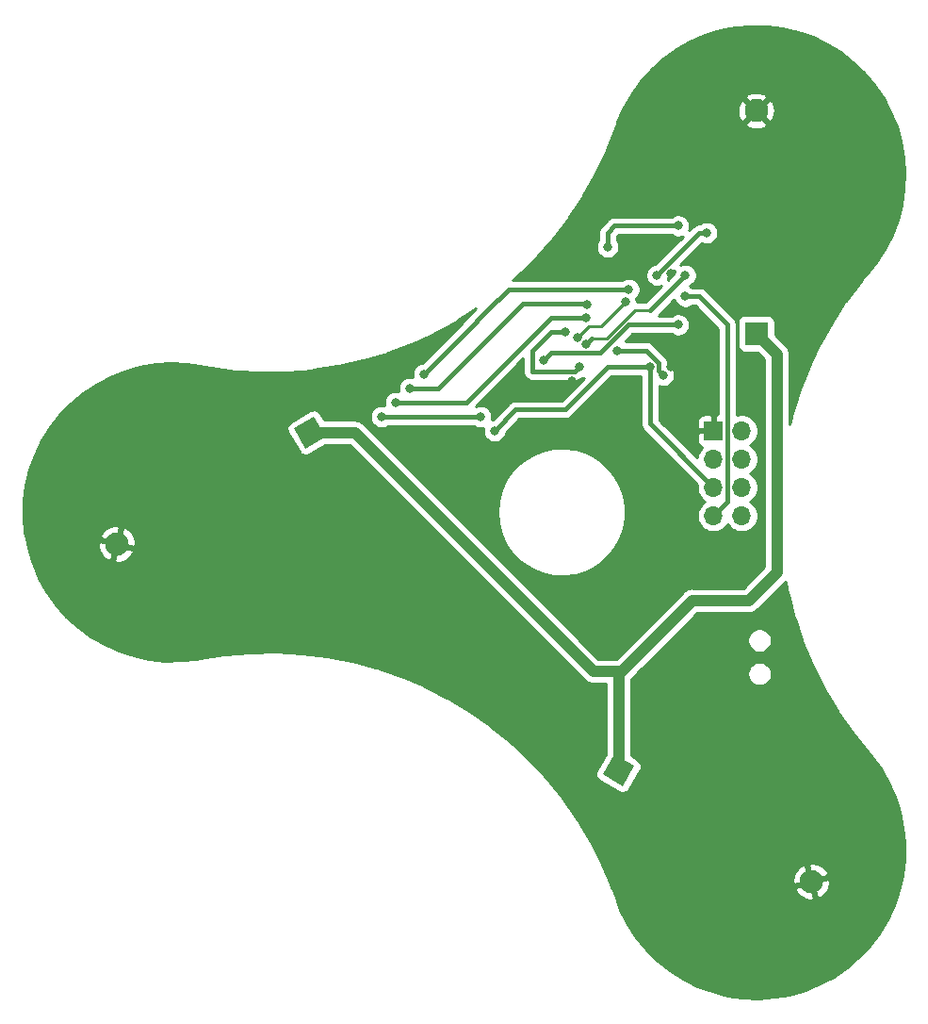
<source format=gbr>
%TF.GenerationSoftware,KiCad,Pcbnew,(5.1.9-0-10_14)*%
%TF.CreationDate,2021-08-30T14:03:39+08:00*%
%TF.ProjectId,FidgetSpinner,46696467-6574-4537-9069-6e6e65722e6b,rev?*%
%TF.SameCoordinates,Original*%
%TF.FileFunction,Copper,L2,Bot*%
%TF.FilePolarity,Positive*%
%FSLAX46Y46*%
G04 Gerber Fmt 4.6, Leading zero omitted, Abs format (unit mm)*
G04 Created by KiCad (PCBNEW (5.1.9-0-10_14)) date 2021-08-30 14:03:39*
%MOMM*%
%LPD*%
G01*
G04 APERTURE LIST*
%TA.AperFunction,ComponentPad*%
%ADD10O,1.700000X1.700000*%
%TD*%
%TA.AperFunction,ComponentPad*%
%ADD11R,1.700000X1.700000*%
%TD*%
%TA.AperFunction,ComponentPad*%
%ADD12C,2.100000*%
%TD*%
%TA.AperFunction,ComponentPad*%
%ADD13R,2.100000X2.100000*%
%TD*%
%TA.AperFunction,ComponentPad*%
%ADD14C,0.100000*%
%TD*%
%TA.AperFunction,ViaPad*%
%ADD15C,0.800000*%
%TD*%
%TA.AperFunction,Conductor*%
%ADD16C,1.000000*%
%TD*%
%TA.AperFunction,Conductor*%
%ADD17C,0.400000*%
%TD*%
%TA.AperFunction,Conductor*%
%ADD18C,0.250000*%
%TD*%
%TA.AperFunction,Conductor*%
%ADD19C,0.254000*%
%TD*%
%TA.AperFunction,Conductor*%
%ADD20C,0.100000*%
%TD*%
G04 APERTURE END LIST*
D10*
%TO.P,J1,5*%
%TO.N,TX*%
X116205000Y-100330000D03*
%TO.P,J1,4*%
%TO.N,RX*%
X113665000Y-100330000D03*
%TO.P,J1,6*%
%TO.N,MISO*%
X116205000Y-97790000D03*
%TO.P,J1,3*%
%TO.N,VCC*%
X113665000Y-97790000D03*
%TO.P,J1,7*%
%TO.N,CLK*%
X116205000Y-95250000D03*
%TO.P,J1,2*%
%TO.N,MOSI*%
X113665000Y-95250000D03*
%TO.P,J1,8*%
%TO.N,RST*%
X116205000Y-92710000D03*
D11*
%TO.P,J1,1*%
%TO.N,GND*%
X113665000Y-92710000D03*
%TD*%
D12*
%TO.P,BT3,2*%
%TO.N,GND*%
X117500000Y-63970000D03*
D13*
%TO.P,BT3,1*%
%TO.N,Net-(BT1-Pad1)*%
X117500000Y-83970000D03*
%TD*%
D12*
%TO.P,BT2,2*%
%TO.N,GND*%
X122453665Y-133170000D03*
%TA.AperFunction,ComponentPad*%
D14*
%TO.P,BT2,1*%
%TO.N,Net-(BT1-Pad1)*%
G36*
X105517484Y-124604327D02*
G01*
X103698830Y-123554327D01*
X104748830Y-121735673D01*
X106567484Y-122785673D01*
X105517484Y-124604327D01*
G37*
%TD.AperFunction*%
%TD*%
D12*
%TO.P,BT1,2*%
%TO.N,GND*%
X60046335Y-102860000D03*
%TA.AperFunction,ComponentPad*%
D14*
%TO.P,BT1,1*%
%TO.N,Net-(BT1-Pad1)*%
G36*
X75932516Y-92475673D02*
G01*
X77751170Y-91425673D01*
X78801170Y-93244327D01*
X76982516Y-94294327D01*
X75932516Y-92475673D01*
G37*
%TD.AperFunction*%
%TD*%
D15*
%TO.N,GND*%
X113030000Y-86995000D03*
X109855000Y-86995000D03*
X85725000Y-86360000D03*
X87630000Y-85725000D03*
X109855000Y-81915000D03*
X100965000Y-88265000D03*
X104140000Y-90170000D03*
X106045000Y-92075000D03*
X64770000Y-88900000D03*
X60325000Y-90170000D03*
X60325000Y-92710000D03*
X63500000Y-90805000D03*
X55880000Y-94615000D03*
X54610000Y-97155000D03*
X62865000Y-110490000D03*
X70485000Y-110490000D03*
X80010000Y-110490000D03*
X81915000Y-111125000D03*
X74930000Y-93345000D03*
X72390000Y-95250000D03*
X60325000Y-99695000D03*
X55245000Y-104775000D03*
X64135000Y-102870000D03*
X67945000Y-102870000D03*
X71755000Y-102870000D03*
X76200000Y-102870000D03*
X80010000Y-103505000D03*
X83820000Y-100330000D03*
X91440000Y-94615000D03*
X89535000Y-95885000D03*
X92075000Y-107950000D03*
X95250000Y-111760000D03*
X105410000Y-111379000D03*
X97790000Y-119380000D03*
X72390000Y-88900000D03*
X69215000Y-94615000D03*
X74930000Y-97155000D03*
X78740000Y-97155000D03*
X82042000Y-97409000D03*
X81407000Y-91059000D03*
X73787000Y-89916000D03*
X63627000Y-97663000D03*
X99695000Y-92583000D03*
X91313000Y-99695000D03*
X87884000Y-102870000D03*
X127889000Y-63881000D03*
X128651000Y-65405000D03*
X129032000Y-67691000D03*
X126111000Y-62357000D03*
X129413000Y-70104000D03*
X115316000Y-137795000D03*
X113411000Y-139700000D03*
X117221000Y-139700000D03*
X115316000Y-141605000D03*
X115316000Y-139700000D03*
X111887000Y-119126000D03*
X107569000Y-130429000D03*
X124333000Y-123444000D03*
X119507000Y-112903000D03*
X114046000Y-105283000D03*
X108585000Y-99187000D03*
X107823000Y-103378000D03*
X109855000Y-78613000D03*
X102616000Y-73279000D03*
X110500000Y-89460000D03*
X106426000Y-88646000D03*
X106172000Y-78232000D03*
X117094000Y-86868000D03*
X116840000Y-89662000D03*
%TO.N,Net-(BT1-Pad1)*%
X111760000Y-107950000D03*
%TO.N,VCC*%
X93980000Y-92710000D03*
X107950000Y-86995000D03*
X113030000Y-74930000D03*
X108585000Y-78740000D03*
%TO.N,L0*%
X87630000Y-87630000D03*
X106045000Y-80010000D03*
%TO.N,L1*%
X86360000Y-88900000D03*
X102333186Y-81378186D03*
%TO.N,L2*%
X85090000Y-90170000D03*
X102235000Y-82550000D03*
%TO.N,L3*%
X83820000Y-91440000D03*
X92710000Y-91440000D03*
X98425000Y-86360000D03*
X110490000Y-83185000D03*
%TO.N,L4*%
X104140000Y-76200000D03*
X110490000Y-74295000D03*
%TO.N,CLK*%
X109147892Y-87702108D03*
X105023186Y-85476814D03*
%TO.N,MISO*%
X101600000Y-86995000D03*
X100330000Y-83820000D03*
%TO.N,RX*%
X111125000Y-80645000D03*
%TO.N,MOSI*%
X101431217Y-84330074D03*
X105735002Y-81134625D03*
%TO.N,~INT_C*%
X102235000Y-84925000D03*
X111125000Y-78740000D03*
%TD*%
D16*
%TO.N,Net-(BT1-Pad1)*%
X105133157Y-123170000D02*
X105133157Y-114576843D01*
X119380000Y-105410000D02*
X116840000Y-107950000D01*
X116840000Y-107950000D02*
X111760000Y-107950000D01*
X119380000Y-85850000D02*
X119380000Y-105410000D01*
X117500000Y-83970000D02*
X119380000Y-85850000D01*
X77366843Y-92860000D02*
X81430000Y-92860000D01*
X102870000Y-114300000D02*
X105410000Y-114300000D01*
X105410000Y-114300000D02*
X111760000Y-107950000D01*
X81430000Y-92860000D02*
X102870000Y-114300000D01*
X105133157Y-114576843D02*
X105410000Y-114300000D01*
D17*
%TO.N,VCC*%
X107784999Y-86829999D02*
X107950000Y-86995000D01*
X112395000Y-74930000D02*
X108585000Y-78740000D01*
X113030000Y-74930000D02*
X112395000Y-74930000D01*
X107950000Y-92075000D02*
X107950000Y-86995000D01*
X113665000Y-97790000D02*
X107950000Y-92075000D01*
X104140000Y-86995000D02*
X107950000Y-86995000D01*
X100330000Y-90805000D02*
X104140000Y-86995000D01*
X95885000Y-90805000D02*
X100330000Y-90805000D01*
X93980000Y-92710000D02*
X95885000Y-90805000D01*
%TO.N,L0*%
X87630000Y-87630000D02*
X91440000Y-83820000D01*
X91440000Y-83820000D02*
X93345000Y-81915000D01*
X93345000Y-81915000D02*
X95250000Y-80010000D01*
X95250000Y-80010000D02*
X106045000Y-80010000D01*
%TO.N,L1*%
X86360000Y-88900000D02*
X88900000Y-88900000D01*
X88900000Y-88900000D02*
X96520000Y-81280000D01*
X102235000Y-81280000D02*
X102333186Y-81378186D01*
X96520000Y-81280000D02*
X102235000Y-81280000D01*
%TO.N,L2*%
X85090000Y-90170000D02*
X91440000Y-90170000D01*
X99060000Y-82550000D02*
X102235000Y-82550000D01*
X91440000Y-90170000D02*
X99060000Y-82550000D01*
%TO.N,L3*%
X83820000Y-91440000D02*
X92710000Y-91440000D01*
X98425000Y-86360000D02*
X99060000Y-85725000D01*
X99060000Y-85725000D02*
X103505000Y-85725000D01*
X106045000Y-83185000D02*
X110490000Y-83185000D01*
X103505000Y-85725000D02*
X106045000Y-83185000D01*
%TO.N,L4*%
X104140000Y-76200000D02*
X104140000Y-74930000D01*
X104775000Y-74295000D02*
X110490000Y-74295000D01*
X104140000Y-74930000D02*
X104775000Y-74295000D01*
%TO.N,CLK*%
X108750001Y-86610999D02*
X107615816Y-85476814D01*
X107615816Y-85476814D02*
X105023186Y-85476814D01*
X108750001Y-87304217D02*
X108750001Y-86610999D01*
X109147892Y-87702108D02*
X108750001Y-87304217D01*
%TO.N,MISO*%
X101200001Y-87394999D02*
X97390001Y-87394999D01*
X101600000Y-86995000D02*
X101200001Y-87394999D01*
X97390001Y-87394999D02*
X97390001Y-85489999D01*
X97390001Y-85489999D02*
X99073186Y-83806814D01*
X100316814Y-83806814D02*
X100330000Y-83820000D01*
X99073186Y-83806814D02*
X100316814Y-83806814D01*
%TO.N,RX*%
X111125000Y-80645000D02*
X112395000Y-80645000D01*
X112395000Y-80645000D02*
X114935000Y-83185000D01*
X114935000Y-99060000D02*
X113665000Y-100330000D01*
X114935000Y-83185000D02*
X114935000Y-99060000D01*
D18*
%TO.N,MOSI*%
X103594626Y-83275001D02*
X105735002Y-81134625D01*
X102486290Y-83275001D02*
X103594626Y-83275001D01*
X101431217Y-84330074D02*
X102486290Y-83275001D01*
D17*
%TO.N,~INT_C*%
X107950000Y-81915000D02*
X111125000Y-78740000D01*
X102235000Y-84925000D02*
X102705000Y-84455000D01*
D18*
X106572524Y-81915000D02*
X107950000Y-81915000D01*
X104032524Y-84455000D02*
X106572524Y-81915000D01*
X102705000Y-84455000D02*
X104032524Y-84455000D01*
%TD*%
D19*
%TO.N,GND*%
X118444258Y-56382478D02*
X119853028Y-56558167D01*
X121235148Y-56882563D01*
X122574962Y-57351988D01*
X123857316Y-57961133D01*
X125067682Y-58703100D01*
X126192342Y-59569478D01*
X127218578Y-60550469D01*
X128134753Y-61634949D01*
X128930503Y-62810656D01*
X129596811Y-64064260D01*
X130126129Y-65381562D01*
X130512472Y-66747660D01*
X130751459Y-68147075D01*
X130840386Y-69563974D01*
X130778245Y-70982283D01*
X130565739Y-72385970D01*
X130205274Y-73759127D01*
X129700937Y-75086195D01*
X129058433Y-76352163D01*
X128282990Y-77545842D01*
X127578750Y-78432504D01*
X126932172Y-79202868D01*
X126921893Y-79216021D01*
X126911352Y-79228988D01*
X125551266Y-81026873D01*
X125524772Y-81064560D01*
X124293413Y-82952939D01*
X124269613Y-82992382D01*
X123172980Y-84962057D01*
X123151989Y-85003063D01*
X122195425Y-87044438D01*
X122193396Y-87049194D01*
X122177345Y-87086810D01*
X121365512Y-89189938D01*
X121350432Y-89233467D01*
X120687282Y-91388103D01*
X120675276Y-91432578D01*
X120515000Y-92120929D01*
X120515000Y-85905741D01*
X120520490Y-85849999D01*
X120515000Y-85794257D01*
X120515000Y-85794248D01*
X120498577Y-85627501D01*
X120433676Y-85413553D01*
X120328284Y-85216377D01*
X120186449Y-85043551D01*
X120143141Y-85008009D01*
X119188072Y-84052941D01*
X119188072Y-82920000D01*
X119175812Y-82795518D01*
X119139502Y-82675820D01*
X119080537Y-82565506D01*
X119001185Y-82468815D01*
X118904494Y-82389463D01*
X118794180Y-82330498D01*
X118674482Y-82294188D01*
X118550000Y-82281928D01*
X116450000Y-82281928D01*
X116325518Y-82294188D01*
X116205820Y-82330498D01*
X116095506Y-82389463D01*
X115998815Y-82468815D01*
X115919463Y-82565506D01*
X115860498Y-82675820D01*
X115824188Y-82795518D01*
X115811928Y-82920000D01*
X115811928Y-85020000D01*
X115824188Y-85144482D01*
X115860498Y-85264180D01*
X115919463Y-85374494D01*
X115998815Y-85471185D01*
X116095506Y-85550537D01*
X116205820Y-85609502D01*
X116325518Y-85645812D01*
X116450000Y-85658072D01*
X117582941Y-85658072D01*
X118245000Y-86320132D01*
X118245001Y-104939867D01*
X116369869Y-106815000D01*
X111815751Y-106815000D01*
X111759999Y-106809509D01*
X111537500Y-106831423D01*
X111492325Y-106845127D01*
X111323553Y-106896324D01*
X111126377Y-107001716D01*
X110953551Y-107143551D01*
X110918011Y-107186857D01*
X104939869Y-113165000D01*
X103340132Y-113165000D01*
X90175132Y-100000000D01*
X94220000Y-100000000D01*
X94312887Y-101032059D01*
X94588562Y-102030946D01*
X95038166Y-102964558D01*
X95647247Y-103802886D01*
X96396229Y-104518986D01*
X97261039Y-105089842D01*
X98213882Y-105497107D01*
X99224132Y-105727690D01*
X100259319Y-105774180D01*
X101286171Y-105635083D01*
X102271685Y-105314871D01*
X103184185Y-104823833D01*
X103994342Y-104177754D01*
X104676118Y-103397399D01*
X105207600Y-102507848D01*
X105571705Y-101537693D01*
X105756731Y-100518115D01*
X105756731Y-99481885D01*
X105571705Y-98462307D01*
X105207600Y-97492152D01*
X104676118Y-96602601D01*
X103994342Y-95822246D01*
X103184185Y-95176167D01*
X102271685Y-94685129D01*
X101286171Y-94364917D01*
X100259319Y-94225820D01*
X99224132Y-94272310D01*
X98213882Y-94502893D01*
X97261039Y-94910158D01*
X96396229Y-95481014D01*
X95647247Y-96197114D01*
X95038166Y-97035442D01*
X94588562Y-97969054D01*
X94312887Y-98967941D01*
X94220000Y-100000000D01*
X90175132Y-100000000D01*
X82271996Y-92096865D01*
X82236449Y-92053551D01*
X82063623Y-91911716D01*
X81866447Y-91806324D01*
X81652499Y-91741423D01*
X81485752Y-91725000D01*
X81485751Y-91725000D01*
X81430000Y-91719509D01*
X81374249Y-91725000D01*
X78660769Y-91725000D01*
X78303757Y-91106637D01*
X78230898Y-91004963D01*
X78139604Y-90919457D01*
X78033382Y-90853404D01*
X77916315Y-90809343D01*
X77792902Y-90788967D01*
X77667885Y-90793060D01*
X77546069Y-90821463D01*
X77432134Y-90873086D01*
X75613480Y-91923086D01*
X75511806Y-91995945D01*
X75426300Y-92087239D01*
X75360247Y-92193461D01*
X75316186Y-92310528D01*
X75295810Y-92433941D01*
X75299903Y-92558958D01*
X75328306Y-92680774D01*
X75379929Y-92794709D01*
X76429929Y-94613363D01*
X76502788Y-94715037D01*
X76594082Y-94800543D01*
X76700304Y-94866596D01*
X76817371Y-94910657D01*
X76940784Y-94931033D01*
X77065801Y-94926940D01*
X77187617Y-94898537D01*
X77301552Y-94846914D01*
X78777111Y-93995000D01*
X80959869Y-93995000D01*
X102028009Y-115063141D01*
X102063551Y-115106449D01*
X102211673Y-115228010D01*
X102236377Y-115248284D01*
X102433553Y-115353676D01*
X102647501Y-115418577D01*
X102870000Y-115440491D01*
X102925752Y-115435000D01*
X103998158Y-115435000D01*
X103998157Y-121759732D01*
X103146243Y-123235291D01*
X103094620Y-123349226D01*
X103066217Y-123471042D01*
X103062124Y-123596059D01*
X103082500Y-123719472D01*
X103126561Y-123836539D01*
X103192614Y-123942761D01*
X103278120Y-124034055D01*
X103379794Y-124106914D01*
X105198448Y-125156914D01*
X105312383Y-125208537D01*
X105434199Y-125236940D01*
X105559216Y-125241033D01*
X105682629Y-125220657D01*
X105799696Y-125176596D01*
X105905918Y-125110543D01*
X105997212Y-125025037D01*
X106070071Y-124923363D01*
X107120071Y-123104709D01*
X107171694Y-122990774D01*
X107200097Y-122868958D01*
X107204190Y-122743941D01*
X107183814Y-122620528D01*
X107139753Y-122503461D01*
X107073700Y-122397239D01*
X106988194Y-122305945D01*
X106886520Y-122233086D01*
X106268157Y-121876074D01*
X106268157Y-115046974D01*
X106891994Y-114423137D01*
X116720000Y-114423137D01*
X116720000Y-114636863D01*
X116761696Y-114846483D01*
X116843485Y-115043940D01*
X116962225Y-115221647D01*
X117113353Y-115372775D01*
X117291060Y-115491515D01*
X117488517Y-115573304D01*
X117698137Y-115615000D01*
X117911863Y-115615000D01*
X118121483Y-115573304D01*
X118318940Y-115491515D01*
X118496647Y-115372775D01*
X118647775Y-115221647D01*
X118766515Y-115043940D01*
X118848304Y-114846483D01*
X118890000Y-114636863D01*
X118890000Y-114423137D01*
X118848304Y-114213517D01*
X118766515Y-114016060D01*
X118647775Y-113838353D01*
X118496647Y-113687225D01*
X118318940Y-113568485D01*
X118121483Y-113486696D01*
X117911863Y-113445000D01*
X117698137Y-113445000D01*
X117488517Y-113486696D01*
X117291060Y-113568485D01*
X117113353Y-113687225D01*
X116962225Y-113838353D01*
X116843485Y-114016060D01*
X116761696Y-114213517D01*
X116720000Y-114423137D01*
X106891994Y-114423137D01*
X109891994Y-111423137D01*
X116720000Y-111423137D01*
X116720000Y-111636863D01*
X116761696Y-111846483D01*
X116843485Y-112043940D01*
X116962225Y-112221647D01*
X117113353Y-112372775D01*
X117291060Y-112491515D01*
X117488517Y-112573304D01*
X117698137Y-112615000D01*
X117911863Y-112615000D01*
X118121483Y-112573304D01*
X118318940Y-112491515D01*
X118496647Y-112372775D01*
X118647775Y-112221647D01*
X118766515Y-112043940D01*
X118848304Y-111846483D01*
X118890000Y-111636863D01*
X118890000Y-111423137D01*
X118848304Y-111213517D01*
X118766515Y-111016060D01*
X118647775Y-110838353D01*
X118496647Y-110687225D01*
X118318940Y-110568485D01*
X118121483Y-110486696D01*
X117911863Y-110445000D01*
X117698137Y-110445000D01*
X117488517Y-110486696D01*
X117291060Y-110568485D01*
X117113353Y-110687225D01*
X116962225Y-110838353D01*
X116843485Y-111016060D01*
X116761696Y-111213517D01*
X116720000Y-111423137D01*
X109891994Y-111423137D01*
X112230132Y-109085000D01*
X116784249Y-109085000D01*
X116840000Y-109090491D01*
X116895751Y-109085000D01*
X116895752Y-109085000D01*
X117062499Y-109068577D01*
X117276447Y-109003676D01*
X117473623Y-108898284D01*
X117646449Y-108756449D01*
X117681996Y-108713135D01*
X120143141Y-106251991D01*
X120157954Y-106239835D01*
X120367996Y-107331312D01*
X120373136Y-107353765D01*
X120378275Y-107376218D01*
X120957674Y-109554869D01*
X120962029Y-109569208D01*
X120971061Y-109598949D01*
X121701024Y-111731876D01*
X121717452Y-111774914D01*
X122594423Y-113851725D01*
X122603810Y-113871953D01*
X122613814Y-113893513D01*
X123633514Y-115904079D01*
X123633519Y-115904091D01*
X123655777Y-115944424D01*
X124813249Y-117878973D01*
X124828277Y-117902208D01*
X124838267Y-117917655D01*
X126127867Y-119766751D01*
X126139846Y-119782709D01*
X126155522Y-119803594D01*
X127556628Y-121540452D01*
X127562097Y-121548284D01*
X127859928Y-121896373D01*
X128699782Y-123052632D01*
X129407560Y-124283847D01*
X129980506Y-125583321D01*
X130412114Y-126936306D01*
X130697508Y-128327508D01*
X130833451Y-129741149D01*
X130818405Y-131161241D01*
X130652539Y-132571689D01*
X130337733Y-133956522D01*
X129877552Y-135300063D01*
X129277201Y-136587104D01*
X128543493Y-137803048D01*
X127684714Y-138934159D01*
X126710616Y-139967592D01*
X125632212Y-140891665D01*
X124461714Y-141695914D01*
X123212374Y-142371231D01*
X121898358Y-142909959D01*
X120534527Y-143306005D01*
X119136348Y-143554881D01*
X117719626Y-143653772D01*
X116300418Y-143601557D01*
X114894789Y-143398826D01*
X113518676Y-143047879D01*
X112187637Y-142552683D01*
X110916763Y-141918854D01*
X109720429Y-141153560D01*
X108612198Y-140265475D01*
X107604610Y-139264650D01*
X106709080Y-138162423D01*
X105935746Y-136971272D01*
X105291677Y-135701353D01*
X104877152Y-134645940D01*
X104630904Y-133972748D01*
X120962906Y-133972748D01*
X121148159Y-134248156D01*
X121383582Y-134482131D01*
X121660128Y-134665681D01*
X121967167Y-134791753D01*
X122292903Y-134855502D01*
X122503845Y-134862409D01*
X122726762Y-134679904D01*
X122363862Y-133325543D01*
X121009501Y-133688443D01*
X120962906Y-133972748D01*
X104630904Y-133972748D01*
X104531196Y-133700168D01*
X104524923Y-133684713D01*
X104518932Y-133669099D01*
X104328450Y-133220180D01*
X120761256Y-133220180D01*
X120943761Y-133443097D01*
X121627823Y-133259803D01*
X122609208Y-133259803D01*
X122972108Y-134614164D01*
X123256413Y-134660759D01*
X123531821Y-134475506D01*
X123765796Y-134240083D01*
X123949346Y-133963537D01*
X124075418Y-133656498D01*
X124139167Y-133330762D01*
X124146074Y-133119820D01*
X123963569Y-132896903D01*
X122609208Y-133259803D01*
X121627823Y-133259803D01*
X122298122Y-133080197D01*
X121935222Y-131725836D01*
X121650917Y-131679241D01*
X121375509Y-131864494D01*
X121141534Y-132099917D01*
X120957984Y-132376463D01*
X120831912Y-132683502D01*
X120768163Y-133009238D01*
X120761256Y-133220180D01*
X104328450Y-133220180D01*
X103666487Y-131660096D01*
X122180568Y-131660096D01*
X122543468Y-133014457D01*
X123897829Y-132651557D01*
X123944424Y-132367252D01*
X123759171Y-132091844D01*
X123523748Y-131857869D01*
X123247202Y-131674319D01*
X122940163Y-131548247D01*
X122614427Y-131484498D01*
X122403485Y-131477591D01*
X122180568Y-131660096D01*
X103666487Y-131660096D01*
X103638161Y-131593340D01*
X103618697Y-131551586D01*
X102595276Y-129542323D01*
X102572947Y-129502029D01*
X101411865Y-127569063D01*
X101411858Y-127569050D01*
X101386773Y-127530412D01*
X100093675Y-125683136D01*
X100089928Y-125678162D01*
X100065957Y-125646341D01*
X98647150Y-123893767D01*
X98629093Y-123872990D01*
X98616932Y-123858996D01*
X97079326Y-122209661D01*
X97046756Y-122177083D01*
X95397860Y-120639038D01*
X95397845Y-120639023D01*
X95363082Y-120608796D01*
X93610899Y-119189507D01*
X93574112Y-119161778D01*
X91727191Y-117868171D01*
X91688559Y-117843075D01*
X89755901Y-116681455D01*
X89715613Y-116659116D01*
X89715601Y-116659110D01*
X87706630Y-115635141D01*
X87664882Y-115615666D01*
X85589366Y-114734324D01*
X85566715Y-114725626D01*
X85546360Y-114717809D01*
X83414421Y-113983396D01*
X83370368Y-113969922D01*
X81192393Y-113386013D01*
X81182023Y-113383617D01*
X81147507Y-113375643D01*
X78934104Y-112945086D01*
X78888605Y-112937874D01*
X78888602Y-112937874D01*
X76650560Y-112662764D01*
X76604669Y-112658742D01*
X74352885Y-112540420D01*
X74306825Y-112539610D01*
X74306824Y-112539610D01*
X72052271Y-112578653D01*
X72006267Y-112581058D01*
X69759931Y-112777276D01*
X69714206Y-112782883D01*
X67503720Y-113132678D01*
X67192756Y-113165660D01*
X67190930Y-113166037D01*
X65774825Y-113324331D01*
X64354550Y-113331224D01*
X62941567Y-113187152D01*
X61551898Y-112893748D01*
X60201289Y-112454337D01*
X58905011Y-111873889D01*
X57677751Y-111158979D01*
X56533410Y-110317703D01*
X55484947Y-109359589D01*
X54544238Y-108295490D01*
X53721921Y-107137441D01*
X53027327Y-105898580D01*
X52468310Y-104592916D01*
X52399796Y-104369904D01*
X59773238Y-104369904D01*
X59996155Y-104552409D01*
X60327293Y-104529679D01*
X60647632Y-104442784D01*
X60944864Y-104295064D01*
X61207565Y-104092196D01*
X61425642Y-103841975D01*
X61537094Y-103662748D01*
X61490499Y-103378443D01*
X60136138Y-103015543D01*
X59773238Y-104369904D01*
X52399796Y-104369904D01*
X52051201Y-103235236D01*
X51968678Y-102809820D01*
X58353926Y-102809820D01*
X58376656Y-103140958D01*
X58463551Y-103461297D01*
X58611271Y-103758529D01*
X58814139Y-104021230D01*
X59064360Y-104239307D01*
X59243587Y-104350759D01*
X59527892Y-104304164D01*
X59890792Y-102949803D01*
X59220494Y-102770197D01*
X60201878Y-102770197D01*
X61556239Y-103133097D01*
X61738744Y-102910180D01*
X61716014Y-102579042D01*
X61629119Y-102258703D01*
X61481399Y-101961471D01*
X61278531Y-101698770D01*
X61028310Y-101480693D01*
X60849083Y-101369241D01*
X60564778Y-101415836D01*
X60201878Y-102770197D01*
X59220494Y-102770197D01*
X58536431Y-102586903D01*
X58353926Y-102809820D01*
X51968678Y-102809820D01*
X51822692Y-102057252D01*
X58555576Y-102057252D01*
X58602171Y-102341557D01*
X59956532Y-102704457D01*
X60319432Y-101350096D01*
X60096515Y-101167591D01*
X59765377Y-101190321D01*
X59445038Y-101277216D01*
X59147806Y-101424936D01*
X58885105Y-101627804D01*
X58667028Y-101878025D01*
X58555576Y-102057252D01*
X51822692Y-102057252D01*
X51780728Y-101840927D01*
X51659953Y-100425778D01*
X51690241Y-99005792D01*
X51871249Y-97597080D01*
X52200928Y-96215571D01*
X52675550Y-94876907D01*
X53289727Y-93596279D01*
X54036516Y-92388157D01*
X54907464Y-91266224D01*
X55892694Y-90243201D01*
X56981057Y-89330666D01*
X58160227Y-88538950D01*
X59416851Y-87877022D01*
X60736700Y-87352375D01*
X62104827Y-86970951D01*
X63505741Y-86737069D01*
X64923576Y-86653378D01*
X66346024Y-86721005D01*
X67465053Y-86881699D01*
X68453728Y-87058191D01*
X68470256Y-87060549D01*
X68486748Y-87063227D01*
X70725190Y-87346858D01*
X70771065Y-87351050D01*
X70771067Y-87351050D01*
X73023838Y-87477844D01*
X73069895Y-87478826D01*
X75326025Y-87448166D01*
X75372038Y-87445933D01*
X77620533Y-87257969D01*
X77620535Y-87257969D01*
X77666280Y-87252531D01*
X79896186Y-86908176D01*
X79941440Y-86899561D01*
X82141895Y-86400496D01*
X82186438Y-86388745D01*
X84346718Y-85737399D01*
X84390333Y-85722570D01*
X86499916Y-84922117D01*
X86528546Y-84910094D01*
X86542390Y-84904281D01*
X88590998Y-83958620D01*
X88632124Y-83937865D01*
X90609775Y-82851605D01*
X90610081Y-82851423D01*
X90649354Y-82828032D01*
X92339305Y-81739827D01*
X90878581Y-83200552D01*
X90878570Y-83200561D01*
X87473225Y-86605907D01*
X87328102Y-86634774D01*
X87139744Y-86712795D01*
X86970226Y-86826063D01*
X86826063Y-86970226D01*
X86712795Y-87139744D01*
X86634774Y-87328102D01*
X86595000Y-87528061D01*
X86595000Y-87731939D01*
X86628039Y-87898039D01*
X86461939Y-87865000D01*
X86258061Y-87865000D01*
X86058102Y-87904774D01*
X85869744Y-87982795D01*
X85700226Y-88096063D01*
X85556063Y-88240226D01*
X85442795Y-88409744D01*
X85364774Y-88598102D01*
X85325000Y-88798061D01*
X85325000Y-89001939D01*
X85358039Y-89168039D01*
X85191939Y-89135000D01*
X84988061Y-89135000D01*
X84788102Y-89174774D01*
X84599744Y-89252795D01*
X84430226Y-89366063D01*
X84286063Y-89510226D01*
X84172795Y-89679744D01*
X84094774Y-89868102D01*
X84055000Y-90068061D01*
X84055000Y-90271939D01*
X84088039Y-90438039D01*
X83921939Y-90405000D01*
X83718061Y-90405000D01*
X83518102Y-90444774D01*
X83329744Y-90522795D01*
X83160226Y-90636063D01*
X83016063Y-90780226D01*
X82902795Y-90949744D01*
X82824774Y-91138102D01*
X82785000Y-91338061D01*
X82785000Y-91541939D01*
X82824774Y-91741898D01*
X82902795Y-91930256D01*
X83016063Y-92099774D01*
X83160226Y-92243937D01*
X83329744Y-92357205D01*
X83518102Y-92435226D01*
X83718061Y-92475000D01*
X83921939Y-92475000D01*
X84121898Y-92435226D01*
X84310256Y-92357205D01*
X84433285Y-92275000D01*
X92096715Y-92275000D01*
X92219744Y-92357205D01*
X92408102Y-92435226D01*
X92608061Y-92475000D01*
X92811939Y-92475000D01*
X92978039Y-92441961D01*
X92945000Y-92608061D01*
X92945000Y-92811939D01*
X92984774Y-93011898D01*
X93062795Y-93200256D01*
X93176063Y-93369774D01*
X93320226Y-93513937D01*
X93489744Y-93627205D01*
X93678102Y-93705226D01*
X93878061Y-93745000D01*
X94081939Y-93745000D01*
X94281898Y-93705226D01*
X94470256Y-93627205D01*
X94639774Y-93513937D01*
X94783937Y-93369774D01*
X94897205Y-93200256D01*
X94975226Y-93011898D01*
X95004093Y-92866775D01*
X96230869Y-91640000D01*
X100288982Y-91640000D01*
X100330000Y-91644040D01*
X100371018Y-91640000D01*
X100371019Y-91640000D01*
X100493689Y-91627918D01*
X100651087Y-91580172D01*
X100796146Y-91502636D01*
X100923291Y-91398291D01*
X100949446Y-91366421D01*
X104485869Y-87830000D01*
X107115001Y-87830000D01*
X107115000Y-92033981D01*
X107110960Y-92075000D01*
X107123159Y-92198854D01*
X107127082Y-92238688D01*
X107174828Y-92396086D01*
X107252364Y-92541145D01*
X107356709Y-92668291D01*
X107388579Y-92694446D01*
X112206193Y-97512061D01*
X112180000Y-97643740D01*
X112180000Y-97936260D01*
X112237068Y-98223158D01*
X112349010Y-98493411D01*
X112511525Y-98736632D01*
X112718368Y-98943475D01*
X112892760Y-99060000D01*
X112718368Y-99176525D01*
X112511525Y-99383368D01*
X112349010Y-99626589D01*
X112237068Y-99896842D01*
X112180000Y-100183740D01*
X112180000Y-100476260D01*
X112237068Y-100763158D01*
X112349010Y-101033411D01*
X112511525Y-101276632D01*
X112718368Y-101483475D01*
X112961589Y-101645990D01*
X113231842Y-101757932D01*
X113518740Y-101815000D01*
X113811260Y-101815000D01*
X114098158Y-101757932D01*
X114368411Y-101645990D01*
X114611632Y-101483475D01*
X114818475Y-101276632D01*
X114935000Y-101102240D01*
X115051525Y-101276632D01*
X115258368Y-101483475D01*
X115501589Y-101645990D01*
X115771842Y-101757932D01*
X116058740Y-101815000D01*
X116351260Y-101815000D01*
X116638158Y-101757932D01*
X116908411Y-101645990D01*
X117151632Y-101483475D01*
X117358475Y-101276632D01*
X117520990Y-101033411D01*
X117632932Y-100763158D01*
X117690000Y-100476260D01*
X117690000Y-100183740D01*
X117632932Y-99896842D01*
X117520990Y-99626589D01*
X117358475Y-99383368D01*
X117151632Y-99176525D01*
X116977240Y-99060000D01*
X117151632Y-98943475D01*
X117358475Y-98736632D01*
X117520990Y-98493411D01*
X117632932Y-98223158D01*
X117690000Y-97936260D01*
X117690000Y-97643740D01*
X117632932Y-97356842D01*
X117520990Y-97086589D01*
X117358475Y-96843368D01*
X117151632Y-96636525D01*
X116977240Y-96520000D01*
X117151632Y-96403475D01*
X117358475Y-96196632D01*
X117520990Y-95953411D01*
X117632932Y-95683158D01*
X117690000Y-95396260D01*
X117690000Y-95103740D01*
X117632932Y-94816842D01*
X117520990Y-94546589D01*
X117358475Y-94303368D01*
X117151632Y-94096525D01*
X116977240Y-93980000D01*
X117151632Y-93863475D01*
X117358475Y-93656632D01*
X117520990Y-93413411D01*
X117632932Y-93143158D01*
X117690000Y-92856260D01*
X117690000Y-92563740D01*
X117632932Y-92276842D01*
X117520990Y-92006589D01*
X117358475Y-91763368D01*
X117151632Y-91556525D01*
X116908411Y-91394010D01*
X116638158Y-91282068D01*
X116351260Y-91225000D01*
X116058740Y-91225000D01*
X115771842Y-91282068D01*
X115770000Y-91282831D01*
X115770000Y-83226007D01*
X115774039Y-83184999D01*
X115770000Y-83143991D01*
X115770000Y-83143981D01*
X115757918Y-83021311D01*
X115710172Y-82863913D01*
X115632636Y-82718854D01*
X115528291Y-82591709D01*
X115496428Y-82565560D01*
X113014446Y-80083579D01*
X112988291Y-80051709D01*
X112861146Y-79947364D01*
X112716087Y-79869828D01*
X112558689Y-79822082D01*
X112436019Y-79810000D01*
X112436018Y-79810000D01*
X112395000Y-79805960D01*
X112353982Y-79810000D01*
X111738285Y-79810000D01*
X111615256Y-79727795D01*
X111530047Y-79692500D01*
X111615256Y-79657205D01*
X111784774Y-79543937D01*
X111928937Y-79399774D01*
X112042205Y-79230256D01*
X112120226Y-79041898D01*
X112160000Y-78841939D01*
X112160000Y-78638061D01*
X112120226Y-78438102D01*
X112042205Y-78249744D01*
X111928937Y-78080226D01*
X111784774Y-77936063D01*
X111615256Y-77822795D01*
X111426898Y-77744774D01*
X111226939Y-77705000D01*
X111023061Y-77705000D01*
X110823102Y-77744774D01*
X110717247Y-77788621D01*
X112623833Y-75882036D01*
X112728102Y-75925226D01*
X112928061Y-75965000D01*
X113131939Y-75965000D01*
X113331898Y-75925226D01*
X113520256Y-75847205D01*
X113689774Y-75733937D01*
X113833937Y-75589774D01*
X113947205Y-75420256D01*
X114025226Y-75231898D01*
X114065000Y-75031939D01*
X114065000Y-74828061D01*
X114025226Y-74628102D01*
X113947205Y-74439744D01*
X113833937Y-74270226D01*
X113689774Y-74126063D01*
X113520256Y-74012795D01*
X113331898Y-73934774D01*
X113131939Y-73895000D01*
X112928061Y-73895000D01*
X112728102Y-73934774D01*
X112539744Y-74012795D01*
X112419195Y-74093343D01*
X112395000Y-74090960D01*
X112353982Y-74095000D01*
X112353981Y-74095000D01*
X112231311Y-74107082D01*
X112121730Y-74140323D01*
X112073913Y-74154828D01*
X111928854Y-74232364D01*
X111835975Y-74308588D01*
X111801709Y-74336709D01*
X111775563Y-74368568D01*
X111441380Y-74702751D01*
X111485226Y-74596898D01*
X111525000Y-74396939D01*
X111525000Y-74193061D01*
X111485226Y-73993102D01*
X111407205Y-73804744D01*
X111293937Y-73635226D01*
X111149774Y-73491063D01*
X110980256Y-73377795D01*
X110791898Y-73299774D01*
X110591939Y-73260000D01*
X110388061Y-73260000D01*
X110188102Y-73299774D01*
X109999744Y-73377795D01*
X109876715Y-73460000D01*
X104816018Y-73460000D01*
X104775000Y-73455960D01*
X104733982Y-73460000D01*
X104733981Y-73460000D01*
X104611311Y-73472082D01*
X104501611Y-73505359D01*
X104453913Y-73519828D01*
X104308854Y-73597364D01*
X104238543Y-73655067D01*
X104181709Y-73701709D01*
X104155562Y-73733569D01*
X103578573Y-74310559D01*
X103546710Y-74336709D01*
X103505732Y-74386641D01*
X103442364Y-74463855D01*
X103364828Y-74608914D01*
X103317082Y-74766312D01*
X103300960Y-74930000D01*
X103305001Y-74971028D01*
X103305000Y-75586714D01*
X103222795Y-75709744D01*
X103144774Y-75898102D01*
X103105000Y-76098061D01*
X103105000Y-76301939D01*
X103144774Y-76501898D01*
X103222795Y-76690256D01*
X103336063Y-76859774D01*
X103480226Y-77003937D01*
X103649744Y-77117205D01*
X103838102Y-77195226D01*
X104038061Y-77235000D01*
X104241939Y-77235000D01*
X104441898Y-77195226D01*
X104630256Y-77117205D01*
X104799774Y-77003937D01*
X104943937Y-76859774D01*
X105057205Y-76690256D01*
X105135226Y-76501898D01*
X105175000Y-76301939D01*
X105175000Y-76098061D01*
X105135226Y-75898102D01*
X105057205Y-75709744D01*
X104975000Y-75586715D01*
X104975000Y-75275868D01*
X105120868Y-75130000D01*
X109876715Y-75130000D01*
X109999744Y-75212205D01*
X110188102Y-75290226D01*
X110388061Y-75330000D01*
X110591939Y-75330000D01*
X110791898Y-75290226D01*
X110897752Y-75246380D01*
X108428225Y-77715907D01*
X108283102Y-77744774D01*
X108094744Y-77822795D01*
X107925226Y-77936063D01*
X107781063Y-78080226D01*
X107667795Y-78249744D01*
X107589774Y-78438102D01*
X107550000Y-78638061D01*
X107550000Y-78841939D01*
X107589774Y-79041898D01*
X107667795Y-79230256D01*
X107781063Y-79399774D01*
X107925226Y-79543937D01*
X108094744Y-79657205D01*
X108283102Y-79735226D01*
X108483061Y-79775000D01*
X108686939Y-79775000D01*
X108886898Y-79735226D01*
X108992754Y-79691379D01*
X107529133Y-81155000D01*
X106770002Y-81155000D01*
X106770002Y-81032686D01*
X106730228Y-80832727D01*
X106717269Y-80801442D01*
X106848937Y-80669774D01*
X106962205Y-80500256D01*
X107040226Y-80311898D01*
X107080000Y-80111939D01*
X107080000Y-79908061D01*
X107040226Y-79708102D01*
X106962205Y-79519744D01*
X106848937Y-79350226D01*
X106704774Y-79206063D01*
X106535256Y-79092795D01*
X106346898Y-79014774D01*
X106146939Y-78975000D01*
X105943061Y-78975000D01*
X105743102Y-79014774D01*
X105554744Y-79092795D01*
X105431715Y-79175000D01*
X95616238Y-79175000D01*
X96135979Y-78726710D01*
X96169791Y-78695423D01*
X97771417Y-77106129D01*
X97802965Y-77072559D01*
X99289827Y-75375411D01*
X99307419Y-75353857D01*
X99318956Y-75339723D01*
X100683807Y-73542992D01*
X100710376Y-73505359D01*
X100710384Y-73505346D01*
X101946570Y-71617797D01*
X101970449Y-71578402D01*
X103071962Y-69609205D01*
X103093035Y-69568240D01*
X104054500Y-67527003D01*
X104072663Y-67484668D01*
X104884576Y-65393753D01*
X104892183Y-65376291D01*
X104968223Y-65141066D01*
X116508539Y-65141066D01*
X116610339Y-65410579D01*
X116908477Y-65556463D01*
X117229346Y-65641380D01*
X117560617Y-65662066D01*
X117889557Y-65617728D01*
X118203527Y-65510069D01*
X118389661Y-65410579D01*
X118491461Y-65141066D01*
X117500000Y-64149605D01*
X116508539Y-65141066D01*
X104968223Y-65141066D01*
X105033122Y-64940306D01*
X105436406Y-64030617D01*
X115807934Y-64030617D01*
X115852272Y-64359557D01*
X115959931Y-64673527D01*
X116059421Y-64859661D01*
X116328934Y-64961461D01*
X117320395Y-63970000D01*
X117679605Y-63970000D01*
X118671066Y-64961461D01*
X118940579Y-64859661D01*
X119086463Y-64561523D01*
X119171380Y-64240654D01*
X119192066Y-63909383D01*
X119147728Y-63580443D01*
X119040069Y-63266473D01*
X118940579Y-63080339D01*
X118671066Y-62978539D01*
X117679605Y-63970000D01*
X117320395Y-63970000D01*
X116328934Y-62978539D01*
X116059421Y-63080339D01*
X115913537Y-63378477D01*
X115828620Y-63699346D01*
X115807934Y-64030617D01*
X105436406Y-64030617D01*
X105608737Y-63641890D01*
X106095588Y-62798934D01*
X116508539Y-62798934D01*
X117500000Y-63790395D01*
X118491461Y-62798934D01*
X118389661Y-62529421D01*
X118091523Y-62383537D01*
X117770654Y-62298620D01*
X117439383Y-62277934D01*
X117110443Y-62322272D01*
X116796473Y-62429931D01*
X116610339Y-62529421D01*
X116508539Y-62798934D01*
X106095588Y-62798934D01*
X106318762Y-62412521D01*
X107155411Y-61265556D01*
X108109193Y-60214003D01*
X109169331Y-59269744D01*
X110323797Y-58443495D01*
X111559522Y-57744603D01*
X112862523Y-57180980D01*
X114218043Y-56759008D01*
X115610725Y-56483470D01*
X117024798Y-56357485D01*
X118444258Y-56382478D01*
%TA.AperFunction,Conductor*%
D20*
G36*
X118444258Y-56382478D02*
G01*
X119853028Y-56558167D01*
X121235148Y-56882563D01*
X122574962Y-57351988D01*
X123857316Y-57961133D01*
X125067682Y-58703100D01*
X126192342Y-59569478D01*
X127218578Y-60550469D01*
X128134753Y-61634949D01*
X128930503Y-62810656D01*
X129596811Y-64064260D01*
X130126129Y-65381562D01*
X130512472Y-66747660D01*
X130751459Y-68147075D01*
X130840386Y-69563974D01*
X130778245Y-70982283D01*
X130565739Y-72385970D01*
X130205274Y-73759127D01*
X129700937Y-75086195D01*
X129058433Y-76352163D01*
X128282990Y-77545842D01*
X127578750Y-78432504D01*
X126932172Y-79202868D01*
X126921893Y-79216021D01*
X126911352Y-79228988D01*
X125551266Y-81026873D01*
X125524772Y-81064560D01*
X124293413Y-82952939D01*
X124269613Y-82992382D01*
X123172980Y-84962057D01*
X123151989Y-85003063D01*
X122195425Y-87044438D01*
X122193396Y-87049194D01*
X122177345Y-87086810D01*
X121365512Y-89189938D01*
X121350432Y-89233467D01*
X120687282Y-91388103D01*
X120675276Y-91432578D01*
X120515000Y-92120929D01*
X120515000Y-85905741D01*
X120520490Y-85849999D01*
X120515000Y-85794257D01*
X120515000Y-85794248D01*
X120498577Y-85627501D01*
X120433676Y-85413553D01*
X120328284Y-85216377D01*
X120186449Y-85043551D01*
X120143141Y-85008009D01*
X119188072Y-84052941D01*
X119188072Y-82920000D01*
X119175812Y-82795518D01*
X119139502Y-82675820D01*
X119080537Y-82565506D01*
X119001185Y-82468815D01*
X118904494Y-82389463D01*
X118794180Y-82330498D01*
X118674482Y-82294188D01*
X118550000Y-82281928D01*
X116450000Y-82281928D01*
X116325518Y-82294188D01*
X116205820Y-82330498D01*
X116095506Y-82389463D01*
X115998815Y-82468815D01*
X115919463Y-82565506D01*
X115860498Y-82675820D01*
X115824188Y-82795518D01*
X115811928Y-82920000D01*
X115811928Y-85020000D01*
X115824188Y-85144482D01*
X115860498Y-85264180D01*
X115919463Y-85374494D01*
X115998815Y-85471185D01*
X116095506Y-85550537D01*
X116205820Y-85609502D01*
X116325518Y-85645812D01*
X116450000Y-85658072D01*
X117582941Y-85658072D01*
X118245000Y-86320132D01*
X118245001Y-104939867D01*
X116369869Y-106815000D01*
X111815751Y-106815000D01*
X111759999Y-106809509D01*
X111537500Y-106831423D01*
X111492325Y-106845127D01*
X111323553Y-106896324D01*
X111126377Y-107001716D01*
X110953551Y-107143551D01*
X110918011Y-107186857D01*
X104939869Y-113165000D01*
X103340132Y-113165000D01*
X90175132Y-100000000D01*
X94220000Y-100000000D01*
X94312887Y-101032059D01*
X94588562Y-102030946D01*
X95038166Y-102964558D01*
X95647247Y-103802886D01*
X96396229Y-104518986D01*
X97261039Y-105089842D01*
X98213882Y-105497107D01*
X99224132Y-105727690D01*
X100259319Y-105774180D01*
X101286171Y-105635083D01*
X102271685Y-105314871D01*
X103184185Y-104823833D01*
X103994342Y-104177754D01*
X104676118Y-103397399D01*
X105207600Y-102507848D01*
X105571705Y-101537693D01*
X105756731Y-100518115D01*
X105756731Y-99481885D01*
X105571705Y-98462307D01*
X105207600Y-97492152D01*
X104676118Y-96602601D01*
X103994342Y-95822246D01*
X103184185Y-95176167D01*
X102271685Y-94685129D01*
X101286171Y-94364917D01*
X100259319Y-94225820D01*
X99224132Y-94272310D01*
X98213882Y-94502893D01*
X97261039Y-94910158D01*
X96396229Y-95481014D01*
X95647247Y-96197114D01*
X95038166Y-97035442D01*
X94588562Y-97969054D01*
X94312887Y-98967941D01*
X94220000Y-100000000D01*
X90175132Y-100000000D01*
X82271996Y-92096865D01*
X82236449Y-92053551D01*
X82063623Y-91911716D01*
X81866447Y-91806324D01*
X81652499Y-91741423D01*
X81485752Y-91725000D01*
X81485751Y-91725000D01*
X81430000Y-91719509D01*
X81374249Y-91725000D01*
X78660769Y-91725000D01*
X78303757Y-91106637D01*
X78230898Y-91004963D01*
X78139604Y-90919457D01*
X78033382Y-90853404D01*
X77916315Y-90809343D01*
X77792902Y-90788967D01*
X77667885Y-90793060D01*
X77546069Y-90821463D01*
X77432134Y-90873086D01*
X75613480Y-91923086D01*
X75511806Y-91995945D01*
X75426300Y-92087239D01*
X75360247Y-92193461D01*
X75316186Y-92310528D01*
X75295810Y-92433941D01*
X75299903Y-92558958D01*
X75328306Y-92680774D01*
X75379929Y-92794709D01*
X76429929Y-94613363D01*
X76502788Y-94715037D01*
X76594082Y-94800543D01*
X76700304Y-94866596D01*
X76817371Y-94910657D01*
X76940784Y-94931033D01*
X77065801Y-94926940D01*
X77187617Y-94898537D01*
X77301552Y-94846914D01*
X78777111Y-93995000D01*
X80959869Y-93995000D01*
X102028009Y-115063141D01*
X102063551Y-115106449D01*
X102211673Y-115228010D01*
X102236377Y-115248284D01*
X102433553Y-115353676D01*
X102647501Y-115418577D01*
X102870000Y-115440491D01*
X102925752Y-115435000D01*
X103998158Y-115435000D01*
X103998157Y-121759732D01*
X103146243Y-123235291D01*
X103094620Y-123349226D01*
X103066217Y-123471042D01*
X103062124Y-123596059D01*
X103082500Y-123719472D01*
X103126561Y-123836539D01*
X103192614Y-123942761D01*
X103278120Y-124034055D01*
X103379794Y-124106914D01*
X105198448Y-125156914D01*
X105312383Y-125208537D01*
X105434199Y-125236940D01*
X105559216Y-125241033D01*
X105682629Y-125220657D01*
X105799696Y-125176596D01*
X105905918Y-125110543D01*
X105997212Y-125025037D01*
X106070071Y-124923363D01*
X107120071Y-123104709D01*
X107171694Y-122990774D01*
X107200097Y-122868958D01*
X107204190Y-122743941D01*
X107183814Y-122620528D01*
X107139753Y-122503461D01*
X107073700Y-122397239D01*
X106988194Y-122305945D01*
X106886520Y-122233086D01*
X106268157Y-121876074D01*
X106268157Y-115046974D01*
X106891994Y-114423137D01*
X116720000Y-114423137D01*
X116720000Y-114636863D01*
X116761696Y-114846483D01*
X116843485Y-115043940D01*
X116962225Y-115221647D01*
X117113353Y-115372775D01*
X117291060Y-115491515D01*
X117488517Y-115573304D01*
X117698137Y-115615000D01*
X117911863Y-115615000D01*
X118121483Y-115573304D01*
X118318940Y-115491515D01*
X118496647Y-115372775D01*
X118647775Y-115221647D01*
X118766515Y-115043940D01*
X118848304Y-114846483D01*
X118890000Y-114636863D01*
X118890000Y-114423137D01*
X118848304Y-114213517D01*
X118766515Y-114016060D01*
X118647775Y-113838353D01*
X118496647Y-113687225D01*
X118318940Y-113568485D01*
X118121483Y-113486696D01*
X117911863Y-113445000D01*
X117698137Y-113445000D01*
X117488517Y-113486696D01*
X117291060Y-113568485D01*
X117113353Y-113687225D01*
X116962225Y-113838353D01*
X116843485Y-114016060D01*
X116761696Y-114213517D01*
X116720000Y-114423137D01*
X106891994Y-114423137D01*
X109891994Y-111423137D01*
X116720000Y-111423137D01*
X116720000Y-111636863D01*
X116761696Y-111846483D01*
X116843485Y-112043940D01*
X116962225Y-112221647D01*
X117113353Y-112372775D01*
X117291060Y-112491515D01*
X117488517Y-112573304D01*
X117698137Y-112615000D01*
X117911863Y-112615000D01*
X118121483Y-112573304D01*
X118318940Y-112491515D01*
X118496647Y-112372775D01*
X118647775Y-112221647D01*
X118766515Y-112043940D01*
X118848304Y-111846483D01*
X118890000Y-111636863D01*
X118890000Y-111423137D01*
X118848304Y-111213517D01*
X118766515Y-111016060D01*
X118647775Y-110838353D01*
X118496647Y-110687225D01*
X118318940Y-110568485D01*
X118121483Y-110486696D01*
X117911863Y-110445000D01*
X117698137Y-110445000D01*
X117488517Y-110486696D01*
X117291060Y-110568485D01*
X117113353Y-110687225D01*
X116962225Y-110838353D01*
X116843485Y-111016060D01*
X116761696Y-111213517D01*
X116720000Y-111423137D01*
X109891994Y-111423137D01*
X112230132Y-109085000D01*
X116784249Y-109085000D01*
X116840000Y-109090491D01*
X116895751Y-109085000D01*
X116895752Y-109085000D01*
X117062499Y-109068577D01*
X117276447Y-109003676D01*
X117473623Y-108898284D01*
X117646449Y-108756449D01*
X117681996Y-108713135D01*
X120143141Y-106251991D01*
X120157954Y-106239835D01*
X120367996Y-107331312D01*
X120373136Y-107353765D01*
X120378275Y-107376218D01*
X120957674Y-109554869D01*
X120962029Y-109569208D01*
X120971061Y-109598949D01*
X121701024Y-111731876D01*
X121717452Y-111774914D01*
X122594423Y-113851725D01*
X122603810Y-113871953D01*
X122613814Y-113893513D01*
X123633514Y-115904079D01*
X123633519Y-115904091D01*
X123655777Y-115944424D01*
X124813249Y-117878973D01*
X124828277Y-117902208D01*
X124838267Y-117917655D01*
X126127867Y-119766751D01*
X126139846Y-119782709D01*
X126155522Y-119803594D01*
X127556628Y-121540452D01*
X127562097Y-121548284D01*
X127859928Y-121896373D01*
X128699782Y-123052632D01*
X129407560Y-124283847D01*
X129980506Y-125583321D01*
X130412114Y-126936306D01*
X130697508Y-128327508D01*
X130833451Y-129741149D01*
X130818405Y-131161241D01*
X130652539Y-132571689D01*
X130337733Y-133956522D01*
X129877552Y-135300063D01*
X129277201Y-136587104D01*
X128543493Y-137803048D01*
X127684714Y-138934159D01*
X126710616Y-139967592D01*
X125632212Y-140891665D01*
X124461714Y-141695914D01*
X123212374Y-142371231D01*
X121898358Y-142909959D01*
X120534527Y-143306005D01*
X119136348Y-143554881D01*
X117719626Y-143653772D01*
X116300418Y-143601557D01*
X114894789Y-143398826D01*
X113518676Y-143047879D01*
X112187637Y-142552683D01*
X110916763Y-141918854D01*
X109720429Y-141153560D01*
X108612198Y-140265475D01*
X107604610Y-139264650D01*
X106709080Y-138162423D01*
X105935746Y-136971272D01*
X105291677Y-135701353D01*
X104877152Y-134645940D01*
X104630904Y-133972748D01*
X120962906Y-133972748D01*
X121148159Y-134248156D01*
X121383582Y-134482131D01*
X121660128Y-134665681D01*
X121967167Y-134791753D01*
X122292903Y-134855502D01*
X122503845Y-134862409D01*
X122726762Y-134679904D01*
X122363862Y-133325543D01*
X121009501Y-133688443D01*
X120962906Y-133972748D01*
X104630904Y-133972748D01*
X104531196Y-133700168D01*
X104524923Y-133684713D01*
X104518932Y-133669099D01*
X104328450Y-133220180D01*
X120761256Y-133220180D01*
X120943761Y-133443097D01*
X121627823Y-133259803D01*
X122609208Y-133259803D01*
X122972108Y-134614164D01*
X123256413Y-134660759D01*
X123531821Y-134475506D01*
X123765796Y-134240083D01*
X123949346Y-133963537D01*
X124075418Y-133656498D01*
X124139167Y-133330762D01*
X124146074Y-133119820D01*
X123963569Y-132896903D01*
X122609208Y-133259803D01*
X121627823Y-133259803D01*
X122298122Y-133080197D01*
X121935222Y-131725836D01*
X121650917Y-131679241D01*
X121375509Y-131864494D01*
X121141534Y-132099917D01*
X120957984Y-132376463D01*
X120831912Y-132683502D01*
X120768163Y-133009238D01*
X120761256Y-133220180D01*
X104328450Y-133220180D01*
X103666487Y-131660096D01*
X122180568Y-131660096D01*
X122543468Y-133014457D01*
X123897829Y-132651557D01*
X123944424Y-132367252D01*
X123759171Y-132091844D01*
X123523748Y-131857869D01*
X123247202Y-131674319D01*
X122940163Y-131548247D01*
X122614427Y-131484498D01*
X122403485Y-131477591D01*
X122180568Y-131660096D01*
X103666487Y-131660096D01*
X103638161Y-131593340D01*
X103618697Y-131551586D01*
X102595276Y-129542323D01*
X102572947Y-129502029D01*
X101411865Y-127569063D01*
X101411858Y-127569050D01*
X101386773Y-127530412D01*
X100093675Y-125683136D01*
X100089928Y-125678162D01*
X100065957Y-125646341D01*
X98647150Y-123893767D01*
X98629093Y-123872990D01*
X98616932Y-123858996D01*
X97079326Y-122209661D01*
X97046756Y-122177083D01*
X95397860Y-120639038D01*
X95397845Y-120639023D01*
X95363082Y-120608796D01*
X93610899Y-119189507D01*
X93574112Y-119161778D01*
X91727191Y-117868171D01*
X91688559Y-117843075D01*
X89755901Y-116681455D01*
X89715613Y-116659116D01*
X89715601Y-116659110D01*
X87706630Y-115635141D01*
X87664882Y-115615666D01*
X85589366Y-114734324D01*
X85566715Y-114725626D01*
X85546360Y-114717809D01*
X83414421Y-113983396D01*
X83370368Y-113969922D01*
X81192393Y-113386013D01*
X81182023Y-113383617D01*
X81147507Y-113375643D01*
X78934104Y-112945086D01*
X78888605Y-112937874D01*
X78888602Y-112937874D01*
X76650560Y-112662764D01*
X76604669Y-112658742D01*
X74352885Y-112540420D01*
X74306825Y-112539610D01*
X74306824Y-112539610D01*
X72052271Y-112578653D01*
X72006267Y-112581058D01*
X69759931Y-112777276D01*
X69714206Y-112782883D01*
X67503720Y-113132678D01*
X67192756Y-113165660D01*
X67190930Y-113166037D01*
X65774825Y-113324331D01*
X64354550Y-113331224D01*
X62941567Y-113187152D01*
X61551898Y-112893748D01*
X60201289Y-112454337D01*
X58905011Y-111873889D01*
X57677751Y-111158979D01*
X56533410Y-110317703D01*
X55484947Y-109359589D01*
X54544238Y-108295490D01*
X53721921Y-107137441D01*
X53027327Y-105898580D01*
X52468310Y-104592916D01*
X52399796Y-104369904D01*
X59773238Y-104369904D01*
X59996155Y-104552409D01*
X60327293Y-104529679D01*
X60647632Y-104442784D01*
X60944864Y-104295064D01*
X61207565Y-104092196D01*
X61425642Y-103841975D01*
X61537094Y-103662748D01*
X61490499Y-103378443D01*
X60136138Y-103015543D01*
X59773238Y-104369904D01*
X52399796Y-104369904D01*
X52051201Y-103235236D01*
X51968678Y-102809820D01*
X58353926Y-102809820D01*
X58376656Y-103140958D01*
X58463551Y-103461297D01*
X58611271Y-103758529D01*
X58814139Y-104021230D01*
X59064360Y-104239307D01*
X59243587Y-104350759D01*
X59527892Y-104304164D01*
X59890792Y-102949803D01*
X59220494Y-102770197D01*
X60201878Y-102770197D01*
X61556239Y-103133097D01*
X61738744Y-102910180D01*
X61716014Y-102579042D01*
X61629119Y-102258703D01*
X61481399Y-101961471D01*
X61278531Y-101698770D01*
X61028310Y-101480693D01*
X60849083Y-101369241D01*
X60564778Y-101415836D01*
X60201878Y-102770197D01*
X59220494Y-102770197D01*
X58536431Y-102586903D01*
X58353926Y-102809820D01*
X51968678Y-102809820D01*
X51822692Y-102057252D01*
X58555576Y-102057252D01*
X58602171Y-102341557D01*
X59956532Y-102704457D01*
X60319432Y-101350096D01*
X60096515Y-101167591D01*
X59765377Y-101190321D01*
X59445038Y-101277216D01*
X59147806Y-101424936D01*
X58885105Y-101627804D01*
X58667028Y-101878025D01*
X58555576Y-102057252D01*
X51822692Y-102057252D01*
X51780728Y-101840927D01*
X51659953Y-100425778D01*
X51690241Y-99005792D01*
X51871249Y-97597080D01*
X52200928Y-96215571D01*
X52675550Y-94876907D01*
X53289727Y-93596279D01*
X54036516Y-92388157D01*
X54907464Y-91266224D01*
X55892694Y-90243201D01*
X56981057Y-89330666D01*
X58160227Y-88538950D01*
X59416851Y-87877022D01*
X60736700Y-87352375D01*
X62104827Y-86970951D01*
X63505741Y-86737069D01*
X64923576Y-86653378D01*
X66346024Y-86721005D01*
X67465053Y-86881699D01*
X68453728Y-87058191D01*
X68470256Y-87060549D01*
X68486748Y-87063227D01*
X70725190Y-87346858D01*
X70771065Y-87351050D01*
X70771067Y-87351050D01*
X73023838Y-87477844D01*
X73069895Y-87478826D01*
X75326025Y-87448166D01*
X75372038Y-87445933D01*
X77620533Y-87257969D01*
X77620535Y-87257969D01*
X77666280Y-87252531D01*
X79896186Y-86908176D01*
X79941440Y-86899561D01*
X82141895Y-86400496D01*
X82186438Y-86388745D01*
X84346718Y-85737399D01*
X84390333Y-85722570D01*
X86499916Y-84922117D01*
X86528546Y-84910094D01*
X86542390Y-84904281D01*
X88590998Y-83958620D01*
X88632124Y-83937865D01*
X90609775Y-82851605D01*
X90610081Y-82851423D01*
X90649354Y-82828032D01*
X92339305Y-81739827D01*
X90878581Y-83200552D01*
X90878570Y-83200561D01*
X87473225Y-86605907D01*
X87328102Y-86634774D01*
X87139744Y-86712795D01*
X86970226Y-86826063D01*
X86826063Y-86970226D01*
X86712795Y-87139744D01*
X86634774Y-87328102D01*
X86595000Y-87528061D01*
X86595000Y-87731939D01*
X86628039Y-87898039D01*
X86461939Y-87865000D01*
X86258061Y-87865000D01*
X86058102Y-87904774D01*
X85869744Y-87982795D01*
X85700226Y-88096063D01*
X85556063Y-88240226D01*
X85442795Y-88409744D01*
X85364774Y-88598102D01*
X85325000Y-88798061D01*
X85325000Y-89001939D01*
X85358039Y-89168039D01*
X85191939Y-89135000D01*
X84988061Y-89135000D01*
X84788102Y-89174774D01*
X84599744Y-89252795D01*
X84430226Y-89366063D01*
X84286063Y-89510226D01*
X84172795Y-89679744D01*
X84094774Y-89868102D01*
X84055000Y-90068061D01*
X84055000Y-90271939D01*
X84088039Y-90438039D01*
X83921939Y-90405000D01*
X83718061Y-90405000D01*
X83518102Y-90444774D01*
X83329744Y-90522795D01*
X83160226Y-90636063D01*
X83016063Y-90780226D01*
X82902795Y-90949744D01*
X82824774Y-91138102D01*
X82785000Y-91338061D01*
X82785000Y-91541939D01*
X82824774Y-91741898D01*
X82902795Y-91930256D01*
X83016063Y-92099774D01*
X83160226Y-92243937D01*
X83329744Y-92357205D01*
X83518102Y-92435226D01*
X83718061Y-92475000D01*
X83921939Y-92475000D01*
X84121898Y-92435226D01*
X84310256Y-92357205D01*
X84433285Y-92275000D01*
X92096715Y-92275000D01*
X92219744Y-92357205D01*
X92408102Y-92435226D01*
X92608061Y-92475000D01*
X92811939Y-92475000D01*
X92978039Y-92441961D01*
X92945000Y-92608061D01*
X92945000Y-92811939D01*
X92984774Y-93011898D01*
X93062795Y-93200256D01*
X93176063Y-93369774D01*
X93320226Y-93513937D01*
X93489744Y-93627205D01*
X93678102Y-93705226D01*
X93878061Y-93745000D01*
X94081939Y-93745000D01*
X94281898Y-93705226D01*
X94470256Y-93627205D01*
X94639774Y-93513937D01*
X94783937Y-93369774D01*
X94897205Y-93200256D01*
X94975226Y-93011898D01*
X95004093Y-92866775D01*
X96230869Y-91640000D01*
X100288982Y-91640000D01*
X100330000Y-91644040D01*
X100371018Y-91640000D01*
X100371019Y-91640000D01*
X100493689Y-91627918D01*
X100651087Y-91580172D01*
X100796146Y-91502636D01*
X100923291Y-91398291D01*
X100949446Y-91366421D01*
X104485869Y-87830000D01*
X107115001Y-87830000D01*
X107115000Y-92033981D01*
X107110960Y-92075000D01*
X107123159Y-92198854D01*
X107127082Y-92238688D01*
X107174828Y-92396086D01*
X107252364Y-92541145D01*
X107356709Y-92668291D01*
X107388579Y-92694446D01*
X112206193Y-97512061D01*
X112180000Y-97643740D01*
X112180000Y-97936260D01*
X112237068Y-98223158D01*
X112349010Y-98493411D01*
X112511525Y-98736632D01*
X112718368Y-98943475D01*
X112892760Y-99060000D01*
X112718368Y-99176525D01*
X112511525Y-99383368D01*
X112349010Y-99626589D01*
X112237068Y-99896842D01*
X112180000Y-100183740D01*
X112180000Y-100476260D01*
X112237068Y-100763158D01*
X112349010Y-101033411D01*
X112511525Y-101276632D01*
X112718368Y-101483475D01*
X112961589Y-101645990D01*
X113231842Y-101757932D01*
X113518740Y-101815000D01*
X113811260Y-101815000D01*
X114098158Y-101757932D01*
X114368411Y-101645990D01*
X114611632Y-101483475D01*
X114818475Y-101276632D01*
X114935000Y-101102240D01*
X115051525Y-101276632D01*
X115258368Y-101483475D01*
X115501589Y-101645990D01*
X115771842Y-101757932D01*
X116058740Y-101815000D01*
X116351260Y-101815000D01*
X116638158Y-101757932D01*
X116908411Y-101645990D01*
X117151632Y-101483475D01*
X117358475Y-101276632D01*
X117520990Y-101033411D01*
X117632932Y-100763158D01*
X117690000Y-100476260D01*
X117690000Y-100183740D01*
X117632932Y-99896842D01*
X117520990Y-99626589D01*
X117358475Y-99383368D01*
X117151632Y-99176525D01*
X116977240Y-99060000D01*
X117151632Y-98943475D01*
X117358475Y-98736632D01*
X117520990Y-98493411D01*
X117632932Y-98223158D01*
X117690000Y-97936260D01*
X117690000Y-97643740D01*
X117632932Y-97356842D01*
X117520990Y-97086589D01*
X117358475Y-96843368D01*
X117151632Y-96636525D01*
X116977240Y-96520000D01*
X117151632Y-96403475D01*
X117358475Y-96196632D01*
X117520990Y-95953411D01*
X117632932Y-95683158D01*
X117690000Y-95396260D01*
X117690000Y-95103740D01*
X117632932Y-94816842D01*
X117520990Y-94546589D01*
X117358475Y-94303368D01*
X117151632Y-94096525D01*
X116977240Y-93980000D01*
X117151632Y-93863475D01*
X117358475Y-93656632D01*
X117520990Y-93413411D01*
X117632932Y-93143158D01*
X117690000Y-92856260D01*
X117690000Y-92563740D01*
X117632932Y-92276842D01*
X117520990Y-92006589D01*
X117358475Y-91763368D01*
X117151632Y-91556525D01*
X116908411Y-91394010D01*
X116638158Y-91282068D01*
X116351260Y-91225000D01*
X116058740Y-91225000D01*
X115771842Y-91282068D01*
X115770000Y-91282831D01*
X115770000Y-83226007D01*
X115774039Y-83184999D01*
X115770000Y-83143991D01*
X115770000Y-83143981D01*
X115757918Y-83021311D01*
X115710172Y-82863913D01*
X115632636Y-82718854D01*
X115528291Y-82591709D01*
X115496428Y-82565560D01*
X113014446Y-80083579D01*
X112988291Y-80051709D01*
X112861146Y-79947364D01*
X112716087Y-79869828D01*
X112558689Y-79822082D01*
X112436019Y-79810000D01*
X112436018Y-79810000D01*
X112395000Y-79805960D01*
X112353982Y-79810000D01*
X111738285Y-79810000D01*
X111615256Y-79727795D01*
X111530047Y-79692500D01*
X111615256Y-79657205D01*
X111784774Y-79543937D01*
X111928937Y-79399774D01*
X112042205Y-79230256D01*
X112120226Y-79041898D01*
X112160000Y-78841939D01*
X112160000Y-78638061D01*
X112120226Y-78438102D01*
X112042205Y-78249744D01*
X111928937Y-78080226D01*
X111784774Y-77936063D01*
X111615256Y-77822795D01*
X111426898Y-77744774D01*
X111226939Y-77705000D01*
X111023061Y-77705000D01*
X110823102Y-77744774D01*
X110717247Y-77788621D01*
X112623833Y-75882036D01*
X112728102Y-75925226D01*
X112928061Y-75965000D01*
X113131939Y-75965000D01*
X113331898Y-75925226D01*
X113520256Y-75847205D01*
X113689774Y-75733937D01*
X113833937Y-75589774D01*
X113947205Y-75420256D01*
X114025226Y-75231898D01*
X114065000Y-75031939D01*
X114065000Y-74828061D01*
X114025226Y-74628102D01*
X113947205Y-74439744D01*
X113833937Y-74270226D01*
X113689774Y-74126063D01*
X113520256Y-74012795D01*
X113331898Y-73934774D01*
X113131939Y-73895000D01*
X112928061Y-73895000D01*
X112728102Y-73934774D01*
X112539744Y-74012795D01*
X112419195Y-74093343D01*
X112395000Y-74090960D01*
X112353982Y-74095000D01*
X112353981Y-74095000D01*
X112231311Y-74107082D01*
X112121730Y-74140323D01*
X112073913Y-74154828D01*
X111928854Y-74232364D01*
X111835975Y-74308588D01*
X111801709Y-74336709D01*
X111775563Y-74368568D01*
X111441380Y-74702751D01*
X111485226Y-74596898D01*
X111525000Y-74396939D01*
X111525000Y-74193061D01*
X111485226Y-73993102D01*
X111407205Y-73804744D01*
X111293937Y-73635226D01*
X111149774Y-73491063D01*
X110980256Y-73377795D01*
X110791898Y-73299774D01*
X110591939Y-73260000D01*
X110388061Y-73260000D01*
X110188102Y-73299774D01*
X109999744Y-73377795D01*
X109876715Y-73460000D01*
X104816018Y-73460000D01*
X104775000Y-73455960D01*
X104733982Y-73460000D01*
X104733981Y-73460000D01*
X104611311Y-73472082D01*
X104501611Y-73505359D01*
X104453913Y-73519828D01*
X104308854Y-73597364D01*
X104238543Y-73655067D01*
X104181709Y-73701709D01*
X104155562Y-73733569D01*
X103578573Y-74310559D01*
X103546710Y-74336709D01*
X103505732Y-74386641D01*
X103442364Y-74463855D01*
X103364828Y-74608914D01*
X103317082Y-74766312D01*
X103300960Y-74930000D01*
X103305001Y-74971028D01*
X103305000Y-75586714D01*
X103222795Y-75709744D01*
X103144774Y-75898102D01*
X103105000Y-76098061D01*
X103105000Y-76301939D01*
X103144774Y-76501898D01*
X103222795Y-76690256D01*
X103336063Y-76859774D01*
X103480226Y-77003937D01*
X103649744Y-77117205D01*
X103838102Y-77195226D01*
X104038061Y-77235000D01*
X104241939Y-77235000D01*
X104441898Y-77195226D01*
X104630256Y-77117205D01*
X104799774Y-77003937D01*
X104943937Y-76859774D01*
X105057205Y-76690256D01*
X105135226Y-76501898D01*
X105175000Y-76301939D01*
X105175000Y-76098061D01*
X105135226Y-75898102D01*
X105057205Y-75709744D01*
X104975000Y-75586715D01*
X104975000Y-75275868D01*
X105120868Y-75130000D01*
X109876715Y-75130000D01*
X109999744Y-75212205D01*
X110188102Y-75290226D01*
X110388061Y-75330000D01*
X110591939Y-75330000D01*
X110791898Y-75290226D01*
X110897752Y-75246380D01*
X108428225Y-77715907D01*
X108283102Y-77744774D01*
X108094744Y-77822795D01*
X107925226Y-77936063D01*
X107781063Y-78080226D01*
X107667795Y-78249744D01*
X107589774Y-78438102D01*
X107550000Y-78638061D01*
X107550000Y-78841939D01*
X107589774Y-79041898D01*
X107667795Y-79230256D01*
X107781063Y-79399774D01*
X107925226Y-79543937D01*
X108094744Y-79657205D01*
X108283102Y-79735226D01*
X108483061Y-79775000D01*
X108686939Y-79775000D01*
X108886898Y-79735226D01*
X108992754Y-79691379D01*
X107529133Y-81155000D01*
X106770002Y-81155000D01*
X106770002Y-81032686D01*
X106730228Y-80832727D01*
X106717269Y-80801442D01*
X106848937Y-80669774D01*
X106962205Y-80500256D01*
X107040226Y-80311898D01*
X107080000Y-80111939D01*
X107080000Y-79908061D01*
X107040226Y-79708102D01*
X106962205Y-79519744D01*
X106848937Y-79350226D01*
X106704774Y-79206063D01*
X106535256Y-79092795D01*
X106346898Y-79014774D01*
X106146939Y-78975000D01*
X105943061Y-78975000D01*
X105743102Y-79014774D01*
X105554744Y-79092795D01*
X105431715Y-79175000D01*
X95616238Y-79175000D01*
X96135979Y-78726710D01*
X96169791Y-78695423D01*
X97771417Y-77106129D01*
X97802965Y-77072559D01*
X99289827Y-75375411D01*
X99307419Y-75353857D01*
X99318956Y-75339723D01*
X100683807Y-73542992D01*
X100710376Y-73505359D01*
X100710384Y-73505346D01*
X101946570Y-71617797D01*
X101970449Y-71578402D01*
X103071962Y-69609205D01*
X103093035Y-69568240D01*
X104054500Y-67527003D01*
X104072663Y-67484668D01*
X104884576Y-65393753D01*
X104892183Y-65376291D01*
X104968223Y-65141066D01*
X116508539Y-65141066D01*
X116610339Y-65410579D01*
X116908477Y-65556463D01*
X117229346Y-65641380D01*
X117560617Y-65662066D01*
X117889557Y-65617728D01*
X118203527Y-65510069D01*
X118389661Y-65410579D01*
X118491461Y-65141066D01*
X117500000Y-64149605D01*
X116508539Y-65141066D01*
X104968223Y-65141066D01*
X105033122Y-64940306D01*
X105436406Y-64030617D01*
X115807934Y-64030617D01*
X115852272Y-64359557D01*
X115959931Y-64673527D01*
X116059421Y-64859661D01*
X116328934Y-64961461D01*
X117320395Y-63970000D01*
X117679605Y-63970000D01*
X118671066Y-64961461D01*
X118940579Y-64859661D01*
X119086463Y-64561523D01*
X119171380Y-64240654D01*
X119192066Y-63909383D01*
X119147728Y-63580443D01*
X119040069Y-63266473D01*
X118940579Y-63080339D01*
X118671066Y-62978539D01*
X117679605Y-63970000D01*
X117320395Y-63970000D01*
X116328934Y-62978539D01*
X116059421Y-63080339D01*
X115913537Y-63378477D01*
X115828620Y-63699346D01*
X115807934Y-64030617D01*
X105436406Y-64030617D01*
X105608737Y-63641890D01*
X106095588Y-62798934D01*
X116508539Y-62798934D01*
X117500000Y-63790395D01*
X118491461Y-62798934D01*
X118389661Y-62529421D01*
X118091523Y-62383537D01*
X117770654Y-62298620D01*
X117439383Y-62277934D01*
X117110443Y-62322272D01*
X116796473Y-62429931D01*
X116610339Y-62529421D01*
X116508539Y-62798934D01*
X106095588Y-62798934D01*
X106318762Y-62412521D01*
X107155411Y-61265556D01*
X108109193Y-60214003D01*
X109169331Y-59269744D01*
X110323797Y-58443495D01*
X111559522Y-57744603D01*
X112862523Y-57180980D01*
X114218043Y-56759008D01*
X115610725Y-56483470D01*
X117024798Y-56357485D01*
X118444258Y-56382478D01*
G37*
%TD.AperFunction*%
D19*
X110129774Y-80946898D02*
X110207795Y-81135256D01*
X110321063Y-81304774D01*
X110465226Y-81448937D01*
X110634744Y-81562205D01*
X110823102Y-81640226D01*
X111023061Y-81680000D01*
X111226939Y-81680000D01*
X111426898Y-81640226D01*
X111615256Y-81562205D01*
X111738285Y-81480000D01*
X112049133Y-81480000D01*
X114100000Y-83530868D01*
X114100001Y-91224187D01*
X113950750Y-91225000D01*
X113792000Y-91383750D01*
X113792000Y-92583000D01*
X113812000Y-92583000D01*
X113812000Y-92837000D01*
X113792000Y-92837000D01*
X113792000Y-92857000D01*
X113538000Y-92857000D01*
X113538000Y-92837000D01*
X112338750Y-92837000D01*
X112180000Y-92995750D01*
X112176928Y-93560000D01*
X112189188Y-93684482D01*
X112225498Y-93804180D01*
X112284463Y-93914494D01*
X112363815Y-94011185D01*
X112460506Y-94090537D01*
X112570820Y-94149502D01*
X112643380Y-94171513D01*
X112511525Y-94303368D01*
X112349010Y-94546589D01*
X112237068Y-94816842D01*
X112180000Y-95103740D01*
X112180000Y-95124132D01*
X108915868Y-91860000D01*
X112176928Y-91860000D01*
X112180000Y-92424250D01*
X112338750Y-92583000D01*
X113538000Y-92583000D01*
X113538000Y-91383750D01*
X113379250Y-91225000D01*
X112815000Y-91221928D01*
X112690518Y-91234188D01*
X112570820Y-91270498D01*
X112460506Y-91329463D01*
X112363815Y-91408815D01*
X112284463Y-91505506D01*
X112225498Y-91615820D01*
X112189188Y-91735518D01*
X112176928Y-91860000D01*
X108915868Y-91860000D01*
X108785000Y-91729133D01*
X108785000Y-88672069D01*
X108845994Y-88697334D01*
X109045953Y-88737108D01*
X109249831Y-88737108D01*
X109449790Y-88697334D01*
X109638148Y-88619313D01*
X109807666Y-88506045D01*
X109951829Y-88361882D01*
X110065097Y-88192364D01*
X110143118Y-88004006D01*
X110182892Y-87804047D01*
X110182892Y-87600169D01*
X110143118Y-87400210D01*
X110065097Y-87211852D01*
X109951829Y-87042334D01*
X109807666Y-86898171D01*
X109638148Y-86784903D01*
X109585001Y-86762889D01*
X109585001Y-86652017D01*
X109589041Y-86610999D01*
X109577830Y-86497167D01*
X109572919Y-86447310D01*
X109525173Y-86289912D01*
X109447637Y-86144853D01*
X109434848Y-86129270D01*
X109369440Y-86049569D01*
X109369438Y-86049567D01*
X109343292Y-86017708D01*
X109311433Y-85991562D01*
X108235261Y-84915392D01*
X108209107Y-84883523D01*
X108081962Y-84779178D01*
X107936903Y-84701642D01*
X107779505Y-84653896D01*
X107656835Y-84641814D01*
X107656834Y-84641814D01*
X107615816Y-84637774D01*
X107574798Y-84641814D01*
X105769054Y-84641814D01*
X106390868Y-84020000D01*
X109876715Y-84020000D01*
X109999744Y-84102205D01*
X110188102Y-84180226D01*
X110388061Y-84220000D01*
X110591939Y-84220000D01*
X110791898Y-84180226D01*
X110980256Y-84102205D01*
X111149774Y-83988937D01*
X111293937Y-83844774D01*
X111407205Y-83675256D01*
X111485226Y-83486898D01*
X111525000Y-83286939D01*
X111525000Y-83083061D01*
X111485226Y-82883102D01*
X111407205Y-82694744D01*
X111293937Y-82525226D01*
X111149774Y-82381063D01*
X110980256Y-82267795D01*
X110791898Y-82189774D01*
X110591939Y-82150000D01*
X110388061Y-82150000D01*
X110188102Y-82189774D01*
X109999744Y-82267795D01*
X109876715Y-82350000D01*
X108695867Y-82350000D01*
X110124663Y-80921204D01*
X110129774Y-80946898D01*
%TA.AperFunction,Conductor*%
D20*
G36*
X110129774Y-80946898D02*
G01*
X110207795Y-81135256D01*
X110321063Y-81304774D01*
X110465226Y-81448937D01*
X110634744Y-81562205D01*
X110823102Y-81640226D01*
X111023061Y-81680000D01*
X111226939Y-81680000D01*
X111426898Y-81640226D01*
X111615256Y-81562205D01*
X111738285Y-81480000D01*
X112049133Y-81480000D01*
X114100000Y-83530868D01*
X114100001Y-91224187D01*
X113950750Y-91225000D01*
X113792000Y-91383750D01*
X113792000Y-92583000D01*
X113812000Y-92583000D01*
X113812000Y-92837000D01*
X113792000Y-92837000D01*
X113792000Y-92857000D01*
X113538000Y-92857000D01*
X113538000Y-92837000D01*
X112338750Y-92837000D01*
X112180000Y-92995750D01*
X112176928Y-93560000D01*
X112189188Y-93684482D01*
X112225498Y-93804180D01*
X112284463Y-93914494D01*
X112363815Y-94011185D01*
X112460506Y-94090537D01*
X112570820Y-94149502D01*
X112643380Y-94171513D01*
X112511525Y-94303368D01*
X112349010Y-94546589D01*
X112237068Y-94816842D01*
X112180000Y-95103740D01*
X112180000Y-95124132D01*
X108915868Y-91860000D01*
X112176928Y-91860000D01*
X112180000Y-92424250D01*
X112338750Y-92583000D01*
X113538000Y-92583000D01*
X113538000Y-91383750D01*
X113379250Y-91225000D01*
X112815000Y-91221928D01*
X112690518Y-91234188D01*
X112570820Y-91270498D01*
X112460506Y-91329463D01*
X112363815Y-91408815D01*
X112284463Y-91505506D01*
X112225498Y-91615820D01*
X112189188Y-91735518D01*
X112176928Y-91860000D01*
X108915868Y-91860000D01*
X108785000Y-91729133D01*
X108785000Y-88672069D01*
X108845994Y-88697334D01*
X109045953Y-88737108D01*
X109249831Y-88737108D01*
X109449790Y-88697334D01*
X109638148Y-88619313D01*
X109807666Y-88506045D01*
X109951829Y-88361882D01*
X110065097Y-88192364D01*
X110143118Y-88004006D01*
X110182892Y-87804047D01*
X110182892Y-87600169D01*
X110143118Y-87400210D01*
X110065097Y-87211852D01*
X109951829Y-87042334D01*
X109807666Y-86898171D01*
X109638148Y-86784903D01*
X109585001Y-86762889D01*
X109585001Y-86652017D01*
X109589041Y-86610999D01*
X109577830Y-86497167D01*
X109572919Y-86447310D01*
X109525173Y-86289912D01*
X109447637Y-86144853D01*
X109434848Y-86129270D01*
X109369440Y-86049569D01*
X109369438Y-86049567D01*
X109343292Y-86017708D01*
X109311433Y-85991562D01*
X108235261Y-84915392D01*
X108209107Y-84883523D01*
X108081962Y-84779178D01*
X107936903Y-84701642D01*
X107779505Y-84653896D01*
X107656835Y-84641814D01*
X107656834Y-84641814D01*
X107615816Y-84637774D01*
X107574798Y-84641814D01*
X105769054Y-84641814D01*
X106390868Y-84020000D01*
X109876715Y-84020000D01*
X109999744Y-84102205D01*
X110188102Y-84180226D01*
X110388061Y-84220000D01*
X110591939Y-84220000D01*
X110791898Y-84180226D01*
X110980256Y-84102205D01*
X111149774Y-83988937D01*
X111293937Y-83844774D01*
X111407205Y-83675256D01*
X111485226Y-83486898D01*
X111525000Y-83286939D01*
X111525000Y-83083061D01*
X111485226Y-82883102D01*
X111407205Y-82694744D01*
X111293937Y-82525226D01*
X111149774Y-82381063D01*
X110980256Y-82267795D01*
X110791898Y-82189774D01*
X110591939Y-82150000D01*
X110388061Y-82150000D01*
X110188102Y-82189774D01*
X109999744Y-82267795D01*
X109876715Y-82350000D01*
X108695867Y-82350000D01*
X110124663Y-80921204D01*
X110129774Y-80946898D01*
G37*
%TD.AperFunction*%
D19*
X96555001Y-87353980D02*
X96550961Y-87394999D01*
X96567083Y-87558688D01*
X96614829Y-87716086D01*
X96692365Y-87861145D01*
X96757974Y-87941090D01*
X96796710Y-87988290D01*
X96923855Y-88092635D01*
X97068914Y-88170171D01*
X97226312Y-88217917D01*
X97390001Y-88234039D01*
X97431019Y-88229999D01*
X101158983Y-88229999D01*
X101200001Y-88234039D01*
X101241019Y-88229999D01*
X101241020Y-88229999D01*
X101363690Y-88217917D01*
X101521088Y-88170171D01*
X101666147Y-88092635D01*
X101755434Y-88019359D01*
X101901898Y-87990226D01*
X102007752Y-87946379D01*
X99984133Y-89970000D01*
X95926018Y-89970000D01*
X95885000Y-89965960D01*
X95721311Y-89982082D01*
X95563913Y-90029828D01*
X95418854Y-90107364D01*
X95337981Y-90173735D01*
X95291709Y-90211709D01*
X95265563Y-90243568D01*
X93823225Y-91685907D01*
X93711961Y-91708039D01*
X93745000Y-91541939D01*
X93745000Y-91338061D01*
X93705226Y-91138102D01*
X93627205Y-90949744D01*
X93513937Y-90780226D01*
X93369774Y-90636063D01*
X93200256Y-90522795D01*
X93011898Y-90444774D01*
X92811939Y-90405000D01*
X92608061Y-90405000D01*
X92408102Y-90444774D01*
X92302246Y-90488621D01*
X96555002Y-86235866D01*
X96555001Y-87353980D01*
%TA.AperFunction,Conductor*%
D20*
G36*
X96555001Y-87353980D02*
G01*
X96550961Y-87394999D01*
X96567083Y-87558688D01*
X96614829Y-87716086D01*
X96692365Y-87861145D01*
X96757974Y-87941090D01*
X96796710Y-87988290D01*
X96923855Y-88092635D01*
X97068914Y-88170171D01*
X97226312Y-88217917D01*
X97390001Y-88234039D01*
X97431019Y-88229999D01*
X101158983Y-88229999D01*
X101200001Y-88234039D01*
X101241019Y-88229999D01*
X101241020Y-88229999D01*
X101363690Y-88217917D01*
X101521088Y-88170171D01*
X101666147Y-88092635D01*
X101755434Y-88019359D01*
X101901898Y-87990226D01*
X102007752Y-87946379D01*
X99984133Y-89970000D01*
X95926018Y-89970000D01*
X95885000Y-89965960D01*
X95721311Y-89982082D01*
X95563913Y-90029828D01*
X95418854Y-90107364D01*
X95337981Y-90173735D01*
X95291709Y-90211709D01*
X95265563Y-90243568D01*
X93823225Y-91685907D01*
X93711961Y-91708039D01*
X93745000Y-91541939D01*
X93745000Y-91338061D01*
X93705226Y-91138102D01*
X93627205Y-90949744D01*
X93513937Y-90780226D01*
X93369774Y-90636063D01*
X93200256Y-90522795D01*
X93011898Y-90444774D01*
X92811939Y-90405000D01*
X92608061Y-90405000D01*
X92408102Y-90444774D01*
X92302246Y-90488621D01*
X96555002Y-86235866D01*
X96555001Y-87353980D01*
G37*
%TD.AperFunction*%
D19*
X110129774Y-78438102D02*
X110100908Y-78583225D01*
X109536379Y-79147753D01*
X109580226Y-79041898D01*
X109609093Y-78896775D01*
X110173621Y-78332246D01*
X110129774Y-78438102D01*
%TA.AperFunction,Conductor*%
D20*
G36*
X110129774Y-78438102D02*
G01*
X110100908Y-78583225D01*
X109536379Y-79147753D01*
X109580226Y-79041898D01*
X109609093Y-78896775D01*
X110173621Y-78332246D01*
X110129774Y-78438102D01*
G37*
%TD.AperFunction*%
%TD*%
M02*

</source>
